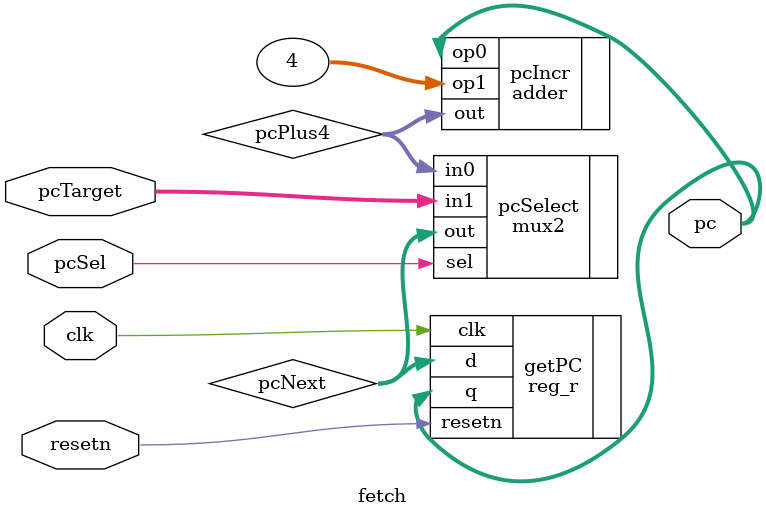
<source format=sv>
`timescale 1ns / 1ns
`default_nettype none

module fetch (clk, resetn, pcSel, pcTarget, pc);
    input  logic clk, resetn, pcSel;
    input  logic [31:0] pcTarget;
    output logic [31:0] pc;

    logic [31:0] pcNext, pcPlus4;

    adder #(.WIDTH(32)) pcIncr (.op0(pc),
                                .op1(32'h4),
                                .out(pcPlus4));

    mux2 #(.WIDTH(32)) pcSelect (.in0(pcPlus4),
                                 .in1(pcTarget),
                                 .sel(pcSel),
                                 .out(pcNext));

    reg_r #(.WIDTH(32)) getPC (.clk(clk),
                               .resetn(resetn),
                               .d(pcNext),
                               .q(pc));

endmodule
</source>
